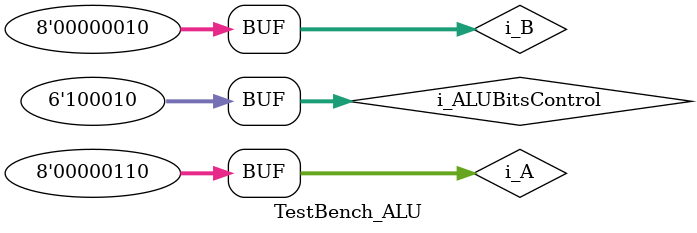
<source format=v>
`timescale 1ns / 1ps


module TestBench_ALU;

//todos los input wire pasan a reg
  reg [7:0] i_A;
  reg [7:0] i_B;
  reg [5:0] i_ALUBitsControl;
  
//todos los output pasan a wire
  wire [7:0] o_ALUResult;
  wire o_Zero;

//instancio el módulo de la ALU
//uut= unit under test 
ALU #(
    .p_operatorsInputSize(8)
  ) 
  uut_ALU (
    .i_A(i_A),
    .i_B(i_B),
    .i_ALUBitsControl(i_ALUBitsControl),
    .o_ALUResult(o_ALUResult),
    .o_Zero(o_Zero)
  );

localparam ADD = 6'b100000;
localparam SUB = 6'b100010;
localparam AND = 6'b100100;
localparam OR  = 6'b100101;
localparam XOR = 6'b100110;
localparam SRA = 6'b000011;
localparam SRL = 6'b000010;
localparam NOR = 6'b100111;

  
initial
begin
    i_A = 8'd6;//decimal de 8 bits
    i_B = 8'd2;
    i_ALUBitsControl = ADD;//suma
    
    #500
    
    i_ALUBitsControl = SUB;

end

endmodule

</source>
